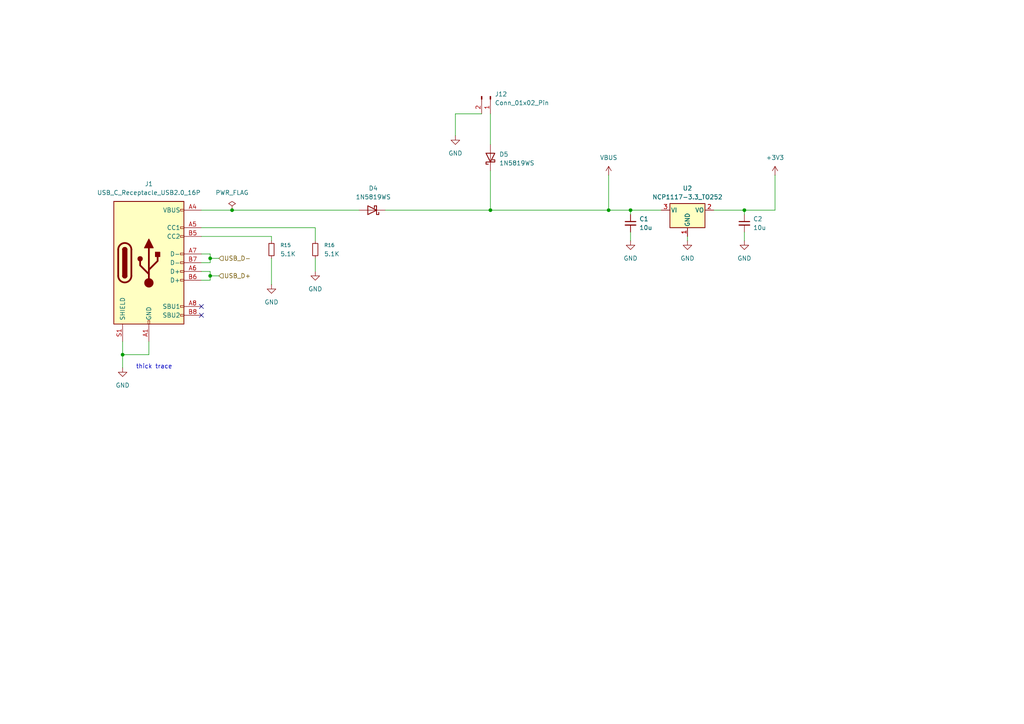
<source format=kicad_sch>
(kicad_sch (version 20250114) (generator "eeschema") (generator_version "9.0")
  (paper "A4")
  (lib_symbols
    (symbol "Connector:Conn_01x02_Pin" (pin_names (offset 1.016) (hide yes))
      (property "Reference" "J" (at 0 2.54 0))
      (property "Value" "Conn_01x02_Pin" (at 0 -5.08 0))
      (symbol "Conn_01x02_Pin_1_1"
        (rectangle (start 0.8636 0.127) (end 0 -0.127) (stroke (width 0.1524)) (fill (type outline)))
        (rectangle (start 0.8636 -2.413) (end 0 -2.667) (stroke (width 0.1524)) (fill (type outline)))
        (polyline (pts (xy 1.27 0) (xy 0.8636 0)) (stroke (width 0.1524)))
        (polyline (pts (xy 1.27 -2.54) (xy 0.8636 -2.54)) (stroke (width 0.1524)))
        (pin passive line (at 5.08 0 180) (length 3.81) (name "Pin_1") (number "1"))
        (pin passive line (at 5.08 -2.54 180) (length 3.81) (name "Pin_2") (number "2"))
      )
    )
    (symbol "Connector:USB_C_Receptacle_USB2.0_16P" (pin_names (offset 1.016))
      (property "Reference" "J" (at 0 22.225 0))
      (property "Value" "USB_C_Receptacle_USB2.0_16P" (at 0 19.685 0))
      (symbol "USB_C_Receptacle_USB2.0_16P_0_0"
        (rectangle (start -0.254 -17.78) (end 0.254 -16.764))
        (rectangle (start 10.16 15.494) (end 9.144 14.986))
        (rectangle (start 10.16 10.414) (end 9.144 9.906))
        (rectangle (start 10.16 7.874) (end 9.144 7.366))
        (rectangle (start 10.16 2.794) (end 9.144 2.286))
        (rectangle (start 10.16 0.254) (end 9.144 -0.254))
        (rectangle (start 10.16 -2.286) (end 9.144 -2.794))
        (rectangle (start 10.16 -4.826) (end 9.144 -5.334))
        (rectangle (start 10.16 -12.446) (end 9.144 -12.954))
        (rectangle (start 10.16 -14.986) (end 9.144 -15.494))
      )
      (symbol "USB_C_Receptacle_USB2.0_16P_0_1"
        (rectangle (start -10.16 17.78) (end 10.16 -17.78) (stroke (width 0.254)) (fill (type background)))
        (polyline (pts (xy -8.89 -3.81) (xy -8.89 3.81)) (stroke (width 0.508)))
        (rectangle (start -7.62 -3.81) (end -6.35 3.81) (stroke (width 0.254)) (fill (type outline)))
        (arc (start -7.62 3.81) (mid -6.985 4.4423) (end -6.35 3.81) (stroke (width 0.254)))
        (arc (start -7.62 3.81) (mid -6.985 4.4423) (end -6.35 3.81) (stroke (width 0.254)) (fill (type outline)))
        (arc (start -8.89 3.81) (mid -6.985 5.7067) (end -5.08 3.81) (stroke (width 0.508)))
        (arc (start -5.08 -3.81) (mid -6.985 -5.7067) (end -8.89 -3.81) (stroke (width 0.508)))
        (arc (start -6.35 -3.81) (mid -6.985 -4.4423) (end -7.62 -3.81) (stroke (width 0.254)))
        (arc (start -6.35 -3.81) (mid -6.985 -4.4423) (end -7.62 -3.81) (stroke (width 0.254)) (fill (type outline)))
        (polyline (pts (xy -5.08 3.81) (xy -5.08 -3.81)) (stroke (width 0.508)))
        (circle (center -2.54 1.143) (radius 0.635) (stroke (width 0.254)) (fill (type outline)))
        (polyline (pts (xy -1.27 4.318) (xy 0 6.858) (xy 1.27 4.318) (xy -1.27 4.318)) (stroke (width 0.254)) (fill (type outline)))
        (polyline (pts (xy 0 -2.032) (xy 2.54 0.508) (xy 2.54 1.778)) (stroke (width 0.508)))
        (polyline (pts (xy 0 -3.302) (xy -2.54 -0.762) (xy -2.54 0.508)) (stroke (width 0.508)))
        (polyline (pts (xy 0 -5.842) (xy 0 4.318)) (stroke (width 0.508)))
        (circle (center 0 -5.842) (radius 1.27) (fill (type outline)))
        (rectangle (start 1.905 1.778) (end 3.175 3.048) (stroke (width 0.254)) (fill (type outline)))
      )
      (symbol "USB_C_Receptacle_USB2.0_16P_1_1"
        (pin passive line (at -7.62 -22.86 90) (length 5.08) (name "SHIELD") (number "S1"))
        (pin passive line (at 0 -22.86 90) (length 5.08) (name "GND") (number "A1"))
        (pin passive line (at 0 -22.86 90) (length 5.08) (hide yes) (name "GND") (number "A12"))
        (pin passive line (at 0 -22.86 90) (length 5.08) (hide yes) (name "GND") (number "B1"))
        (pin passive line (at 0 -22.86 90) (length 5.08) (hide yes) (name "GND") (number "B12"))
        (pin passive line (at 15.24 15.24 180) (length 5.08) (name "VBUS") (number "A4"))
        (pin passive line (at 15.24 15.24 180) (length 5.08) (hide yes) (name "VBUS") (number "A9"))
        (pin passive line (at 15.24 15.24 180) (length 5.08) (hide yes) (name "VBUS") (number "B4"))
        (pin passive line (at 15.24 15.24 180) (length 5.08) (hide yes) (name "VBUS") (number "B9"))
        (pin bidirectional line (at 15.24 10.16 180) (length 5.08) (name "CC1") (number "A5"))
        (pin bidirectional line (at 15.24 7.62 180) (length 5.08) (name "CC2") (number "B5"))
        (pin bidirectional line (at 15.24 2.54 180) (length 5.08) (name "D-") (number "A7"))
        (pin bidirectional line (at 15.24 0 180) (length 5.08) (name "D-") (number "B7"))
        (pin bidirectional line (at 15.24 -2.54 180) (length 5.08) (name "D+") (number "A6"))
        (pin bidirectional line (at 15.24 -5.08 180) (length 5.08) (name "D+") (number "B6"))
        (pin bidirectional line (at 15.24 -12.7 180) (length 5.08) (name "SBU1") (number "A8"))
        (pin bidirectional line (at 15.24 -15.24 180) (length 5.08) (name "SBU2") (number "B8"))
      )
    )
    (symbol "Device:C_Small" (pin_numbers (hide yes)) (pin_names (offset 0.254) (hide yes))
      (property "Reference" "C" (at 0.254 1.778 0))
      (property "Value" "C_Small" (at 0.254 -2.032 0))
      (symbol "C_Small_0_1"
        (polyline (pts (xy -1.524 0.508) (xy 1.524 0.508)) (stroke (width 0.3048)))
        (polyline (pts (xy -1.524 -0.508) (xy 1.524 -0.508)) (stroke (width 0.3302)))
      )
      (symbol "C_Small_1_1"
        (pin passive line (at 0 2.54 270) (length 2.032) (name "~") (number "1"))
        (pin passive line (at 0 -2.54 90) (length 2.032) (name "~") (number "2"))
      )
    )
    (symbol "Device:R_Small" (pin_numbers (hide yes)) (pin_names (offset 0.254) (hide yes))
      (property "Reference" "R" (at 0 0 90))
      (property "Value" "R_Small" (at 1.778 0 90))
      (symbol "R_Small_0_1"
        (rectangle (start -0.762 1.778) (end 0.762 -1.778) (stroke (width 0.2032)))
      )
      (symbol "R_Small_1_1"
        (pin passive line (at 0 2.54 270) (length 0.762) (name "~") (number "1"))
        (pin passive line (at 0 -2.54 90) (length 0.762) (name "~") (number "2"))
      )
    )
    (symbol "Diode:1N5819WS" (pin_numbers (hide yes)) (pin_names (offset 1.016) (hide yes))
      (property "Reference" "D" (at 0 2.54 0))
      (property "Value" "1N5819WS" (at 0 -2.54 0))
      (symbol "1N5819WS_0_1"
        (polyline (pts (xy -1.905 0.635) (xy -1.905 1.27) (xy -1.27 1.27) (xy -1.27 -1.27) (xy -0.635 -1.27) (xy -0.635 -0.635)) (stroke (width 0.254)))
        (polyline (pts (xy 1.27 1.27) (xy 1.27 -1.27) (xy -1.27 0) (xy 1.27 1.27)) (stroke (width 0.254)))
        (polyline (pts (xy 1.27 0) (xy -1.27 0)))
      )
      (symbol "1N5819WS_1_1"
        (pin passive line (at -3.81 0 0) (length 2.54) (name "K") (number "1"))
        (pin passive line (at 3.81 0 180) (length 2.54) (name "A") (number "2"))
      )
    )
    (symbol "Regulator_Linear:NCP1117-3.3_TO252" (pin_names (offset 0.254))
      (property "Reference" "U" (at -3.81 3.175 0))
      (property "Value" "NCP1117-3.3_TO252" (at 0 3.175 0))
      (symbol "NCP1117-3.3_TO252_0_1"
        (rectangle (start -5.08 1.905) (end 5.08 -5.08) (stroke (width 0.254)) (fill (type background)))
      )
      (symbol "NCP1117-3.3_TO252_1_1"
        (pin power_in line (at -7.62 0 0) (length 2.54) (name "VI") (number "3"))
        (pin power_in line (at 0 -7.62 90) (length 2.54) (name "GND") (number "1"))
        (pin power_out line (at 7.62 0 180) (length 2.54) (name "VO") (number "2"))
      )
    )
    (symbol "power:+3V3" (power) (pin_numbers (hide yes)) (pin_names (offset 0) (hide yes))
      (property "Value" "+3V3" (at 0 3.556 0))
      (symbol "+3V3_0_1"
        (polyline (pts (xy -0.762 1.27) (xy 0 2.54)))
        (polyline (pts (xy 0 2.54) (xy 0.762 1.27)))
        (polyline (pts (xy 0 0) (xy 0 2.54)))
      )
      (symbol "+3V3_1_1"
        (pin power_in line (at 0 0 90) (length 0) (name "~") (number "1"))
      )
    )
    (symbol "power:GND" (power) (pin_numbers (hide yes)) (pin_names (offset 0) (hide yes))
      (property "Value" "GND" (at 0 -3.81 0))
      (symbol "GND_0_1"
        (polyline (pts (xy 0 0) (xy 0 -1.27) (xy 1.27 -1.27) (xy 0 -2.54) (xy -1.27 -1.27) (xy 0 -1.27)))
      )
      (symbol "GND_1_1"
        (pin power_in line (at 0 0 270) (length 0) (name "~") (number "1"))
      )
    )
    (symbol "power:PWR_FLAG" (power) (pin_numbers (hide yes)) (pin_names (offset 0) (hide yes))
      (property "Value" "PWR_FLAG" (at 0 3.81 0))
      (symbol "PWR_FLAG_0_0"
        (pin power_out line (at 0 0 90) (length 0) (name "~") (number "1"))
      )
      (symbol "PWR_FLAG_0_1"
        (polyline (pts (xy 0 0) (xy 0 1.27) (xy -1.016 1.905) (xy 0 2.54) (xy 1.016 1.905) (xy 0 1.27)))
      )
    )
    (symbol "power:VBUS" (power) (pin_numbers (hide yes)) (pin_names (offset 0) (hide yes))
      (property "Value" "VBUS" (at 0 3.556 0))
      (symbol "VBUS_0_1"
        (polyline (pts (xy -0.762 1.27) (xy 0 2.54)))
        (polyline (pts (xy 0 2.54) (xy 0.762 1.27)))
        (polyline (pts (xy 0 0) (xy 0 2.54)))
      )
      (symbol "VBUS_1_1"
        (pin power_in line (at 0 0 90) (length 0) (name "~") (number "1"))
      )
    )
  )
  (text "thick trace" (at 44.704 106.426 0) (effects (font (size 1.27 1.27))))
  (junction (at 142.24 60.96))
  (junction (at 215.9 60.96))
  (junction (at 35.56 102.87))
  (junction (at 182.88 60.96))
  (junction (at 60.96 74.93))
  (junction (at 60.96 80.01))
  (junction (at 176.53 60.96))
  (junction (at 67.31 60.96))
  (no_connect (at 58.42 88.9))
  (no_connect (at 58.42 91.44))
  (wire (pts (xy 91.44 74.93) (xy 91.44 78.74)))
  (wire (pts (xy 182.88 62.23) (xy 182.88 60.96)))
  (wire (pts (xy 67.31 60.96) (xy 104.14 60.96)))
  (wire (pts (xy 139.7 33.02) (xy 132.08 33.02)))
  (wire (pts (xy 43.18 99.06) (xy 43.18 102.87)))
  (wire (pts (xy 207.01 60.96) (xy 215.9 60.96)))
  (wire (pts (xy 142.24 60.96) (xy 176.53 60.96)))
  (wire (pts (xy 78.74 74.93) (xy 78.74 82.55)))
  (wire (pts (xy 43.18 102.87) (xy 35.56 102.87)))
  (wire (pts (xy 58.42 60.96) (xy 67.31 60.96)))
  (wire (pts (xy 142.24 49.53) (xy 142.24 60.96)))
  (wire (pts (xy 91.44 66.04) (xy 91.44 69.85)))
  (wire (pts (xy 58.42 68.58) (xy 78.74 68.58)))
  (wire (pts (xy 60.96 76.2) (xy 60.96 74.93)))
  (wire (pts (xy 58.42 76.2) (xy 60.96 76.2)))
  (wire (pts (xy 60.96 73.66) (xy 60.96 74.93)))
  (wire (pts (xy 35.56 102.87) (xy 35.56 106.68)))
  (wire (pts (xy 58.42 81.28) (xy 60.96 81.28)))
  (wire (pts (xy 176.53 60.96) (xy 182.88 60.96)))
  (wire (pts (xy 176.53 50.8) (xy 176.53 60.96)))
  (wire (pts (xy 132.08 33.02) (xy 132.08 39.37)))
  (wire (pts (xy 58.42 78.74) (xy 60.96 78.74)))
  (wire (pts (xy 60.96 80.01) (xy 63.5 80.01)))
  (wire (pts (xy 199.39 68.58) (xy 199.39 69.85)))
  (wire (pts (xy 142.24 33.02) (xy 142.24 41.91)))
  (wire (pts (xy 60.96 78.74) (xy 60.96 80.01)))
  (wire (pts (xy 224.79 50.8) (xy 224.79 60.96)))
  (wire (pts (xy 182.88 67.31) (xy 182.88 69.85)))
  (wire (pts (xy 60.96 81.28) (xy 60.96 80.01)))
  (wire (pts (xy 78.74 68.58) (xy 78.74 69.85)))
  (wire (pts (xy 111.76 60.96) (xy 142.24 60.96)))
  (wire (pts (xy 224.79 60.96) (xy 215.9 60.96)))
  (wire (pts (xy 58.42 73.66) (xy 60.96 73.66)))
  (wire (pts (xy 215.9 62.23) (xy 215.9 60.96)))
  (wire (pts (xy 182.88 60.96) (xy 191.77 60.96)))
  (wire (pts (xy 35.56 99.06) (xy 35.56 102.87)))
  (wire (pts (xy 60.96 74.93) (xy 63.5 74.93)))
  (wire (pts (xy 58.42 66.04) (xy 91.44 66.04)))
  (wire (pts (xy 215.9 67.31) (xy 215.9 69.85)))
  (hierarchical_label "USB_D+" (shape input) (at 63.5 80.01 0))
  (hierarchical_label "USB_D-" (shape input) (at 63.5 74.93 0))
  (symbol (lib_id "Connector:Conn_01x02_Pin") (at 142.24 27.94 270) (unit 1)
    (property "Reference" "J12" (at 143.51 27.3049 90) (effects (justify left)))
    (property "Value" "Conn_01x02_Pin" (at 143.51 29.8449 90) (effects (justify left)))
    (property "Footprint" "Connector_PinHeader_2.54mm:PinHeader_1x02_P2.54mm_Vertical" (effects (hide yes)))
    (property "Description" "Generic connector, single row, 01x02, script generated" (effects (hide yes)))
  )
  (symbol (lib_id "Device:R_Small") (at 91.44 72.39 0) (unit 1)
    (property "Reference" "R16" (at 93.98 71.1199 0) (effects (font (size 1.016 1.016)) (justify left)))
    (property "Value" "5.1K" (at 93.98 73.6599 0) (effects (justify left)))
    (property "Footprint" "Resistor_SMD:R_0603_1608Metric_Pad0.98x0.95mm_HandSolder" (effects (hide yes)))
    (property "Description" "Resistor, small symbol" (effects (hide yes)))
  )
  (symbol (lib_id "Device:R_Small") (at 78.74 72.39 0) (unit 1)
    (property "Reference" "R15" (at 81.28 71.1199 0) (effects (font (size 1.016 1.016)) (justify left)))
    (property "Value" "5.1K" (at 81.28 73.6599 0) (effects (justify left)))
    (property "Footprint" "Resistor_SMD:R_0603_1608Metric_Pad0.98x0.95mm_HandSolder" (effects (hide yes)))
    (property "Description" "Resistor, small symbol" (effects (hide yes)))
  )
  (symbol (lib_id "Device:C_Small") (at 182.88 64.77 0) (unit 1)
    (property "Reference" "C1" (at 185.42 63.5062 0) (effects (justify left)))
    (property "Value" "10u" (at 185.42 66.0462 0) (effects (justify left)))
    (property "Footprint" "Capacitor_SMD:C_0603_1608Metric_Pad1.08x0.95mm_HandSolder" (effects (hide yes)))
    (property "Description" "Unpolarized capacitor, small symbol" (effects (hide yes)))
  )
  (symbol (lib_id "power:GND") (at 78.74 82.55 0) (unit 1)
    (property "Reference" "#PWR022" (effects (hide yes)))
    (property "Value" "GND" (at 78.74 87.63 0))
    (property "Description" "Power symbol creates a global label with name \"GND\" , ground" (effects (hide yes)))
  )
  (symbol (lib_id "Regulator_Linear:NCP1117-3.3_TO252") (at 199.39 60.96 0) (unit 1)
    (property "Reference" "U2" (at 199.39 54.61 0))
    (property "Value" "NCP1117-3.3_TO252" (at 199.39 57.15 0))
    (property "Footprint" "Package_TO_SOT_SMD:TO-252-2" (effects (hide yes)))
    (property "Datasheet" "http://www.onsemi.com/pub_link/Collateral/NCP1117-D.PDF" (effects (hide yes)))
    (property "Description" "1A Low drop-out regulator, Fixed Output 3.3V, TO-252 (DPAK)" (effects (hide yes)))
  )
  (symbol (lib_id "power:GND") (at 182.88 69.85 0) (unit 1)
    (property "Reference" "#PWR05" (effects (hide yes)))
    (property "Value" "GND" (at 182.88 74.93 0))
    (property "Description" "Power symbol creates a global label with name \"GND\" , ground" (effects (hide yes)))
  )
  (symbol (lib_id "Device:C_Small") (at 215.9 64.77 0) (unit 1)
    (property "Reference" "C2" (at 218.44 63.5062 0) (effects (justify left)))
    (property "Value" "10u" (at 218.44 66.0462 0) (effects (justify left)))
    (property "Footprint" "Capacitor_SMD:C_0603_1608Metric_Pad1.08x0.95mm_HandSolder" (effects (hide yes)))
    (property "Description" "Unpolarized capacitor, small symbol" (effects (hide yes)))
  )
  (symbol (lib_id "power:PWR_FLAG") (at 67.31 60.96 0) (unit 1)
    (property "Reference" "#FLG01" (effects (hide yes)))
    (property "Value" "PWR_FLAG" (at 67.31 55.88 0))
    (property "Description" "Special symbol for telling ERC where power comes from" (effects (hide yes)))
  )
  (symbol (lib_id "power:GND") (at 215.9 69.85 0) (unit 1)
    (property "Reference" "#PWR012" (effects (hide yes)))
    (property "Value" "GND" (at 215.9 74.93 0))
    (property "Description" "Power symbol creates a global label with name \"GND\" , ground" (effects (hide yes)))
  )
  (symbol (lib_id "power:VBUS") (at 176.53 50.8 0) (unit 1)
    (property "Reference" "#PWR013" (effects (hide yes)))
    (property "Value" "VBUS" (at 176.53 45.72 0))
    (property "Description" "Power symbol creates a global label with name \"VBUS\"" (effects (hide yes)))
  )
  (symbol (lib_id "Diode:1N5819WS") (at 107.95 60.96 180) (unit 1)
    (property "Reference" "D4" (at 108.2675 54.61 0))
    (property "Value" "1N5819WS" (at 108.2675 57.15 0))
    (property "Footprint" "Diode_SMD:D_SOD-323" (effects (hide yes)))
    (property "Datasheet" "https://datasheet.lcsc.com/lcsc/2204281430_Guangdong-Hottech-1N5819WS_C191023.pdf" (effects (hide yes)))
    (property "Description" "40V 600mV@1A 1A SOD-323 Schottky Barrier Diodes, SOD-323" (effects (hide yes)))
  )
  (symbol (lib_id "power:GND") (at 91.44 78.74 0) (unit 1)
    (property "Reference" "#PWR052" (effects (hide yes)))
    (property "Value" "GND" (at 91.44 83.82 0))
    (property "Description" "Power symbol creates a global label with name \"GND\" , ground" (effects (hide yes)))
  )
  (symbol (lib_id "power:+3V3") (at 224.79 50.8 0) (unit 1)
    (property "Reference" "#PWR014" (effects (hide yes)))
    (property "Value" "+3V3" (at 224.79 45.72 0))
    (property "Description" "Power symbol creates a global label with name \"+3V3\"" (effects (hide yes)))
  )
  (symbol (lib_id "power:GND") (at 199.39 69.85 0) (unit 1)
    (property "Reference" "#PWR06" (effects (hide yes)))
    (property "Value" "GND" (at 199.39 74.93 0))
    (property "Description" "Power symbol creates a global label with name \"GND\" , ground" (effects (hide yes)))
  )
  (symbol (lib_id "Connector:USB_C_Receptacle_USB2.0_16P") (at 43.18 76.2 0) (unit 1)
    (property "Reference" "J1" (at 43.18 53.34 0))
    (property "Value" "USB_C_Receptacle_USB2.0_16P" (at 43.18 55.88 0))
    (property "Footprint" "Connector_USB:USB_C_Receptacle_GCT_USB4105-xx-A_16P_TopMnt_Horizontal" (effects (hide yes)))
    (property "Datasheet" "https://www.usb.org/sites/default/files/documents/usb_type-c.zip" (effects (hide yes)))
    (property "Description" "USB 2.0-only 16P Type-C Receptacle connector" (effects (hide yes)))
  )
  (symbol (lib_id "power:GND") (at 132.08 39.37 0) (unit 1)
    (property "Reference" "#PWR053" (effects (hide yes)))
    (property "Value" "GND" (at 132.08 44.45 0))
    (property "Description" "Power symbol creates a global label with name \"GND\" , ground" (effects (hide yes)))
  )
  (symbol (lib_id "power:GND") (at 35.56 106.68 0) (unit 1)
    (property "Reference" "#PWR03" (effects (hide yes)))
    (property "Value" "GND" (at 35.56 111.76 0))
    (property "Description" "Power symbol creates a global label with name \"GND\" , ground" (effects (hide yes)))
  )
  (symbol (lib_id "Diode:1N5819WS") (at 142.24 45.72 90) (unit 1)
    (property "Reference" "D5" (at 144.78 44.7674 90) (effects (justify right)))
    (property "Value" "1N5819WS" (at 144.78 47.3074 90) (effects (justify right)))
    (property "Footprint" "Diode_SMD:D_SOD-323" (effects (hide yes)))
    (property "Datasheet" "https://datasheet.lcsc.com/lcsc/2204281430_Guangdong-Hottech-1N5819WS_C191023.pdf" (effects (hide yes)))
    (property "Description" "40V 600mV@1A 1A SOD-323 Schottky Barrier Diodes, SOD-323" (effects (hide yes)))
  )
)
</source>
